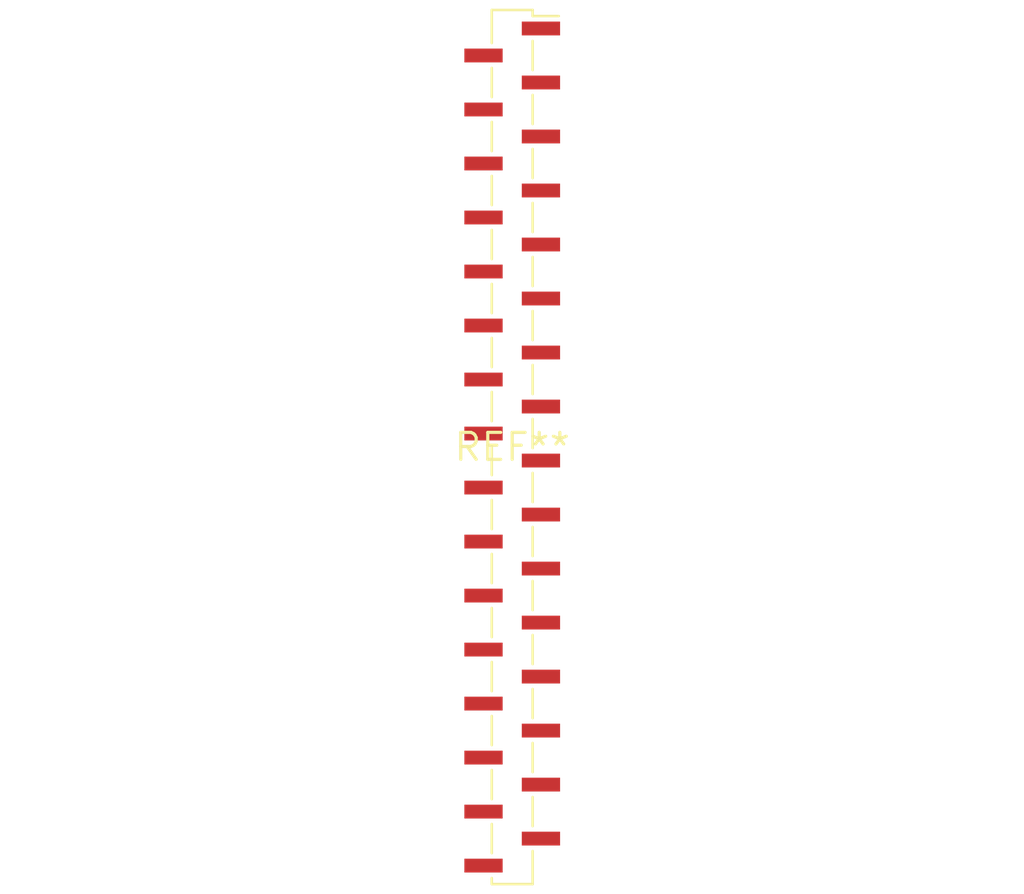
<source format=kicad_pcb>
(kicad_pcb (version 20240108) (generator pcbnew)
  (layers (0 "F.Cu" signal) (31 "B.Cu" signal) (34 "B.Paste" user) (35 "F.Paste" user) (36 "B.SilkS" user "B.Silkscreen") (37 "F.SilkS" user "F.Silkscreen") (38 "B.Mask" user) (39 "F.Mask" user) (44 "Edge.Cuts" user))
  (net 0 "")
  (footprint "PinSocket_1x32_P1.27mm_Vertical_SMD_Pin1Right" (layer "F.Cu") (at 0 0)
    (property "Reference" "REF**")
    (property "Value" "PinSocket_1x32_P1.27mm_Vertical_SMD_Pin1Right")
    (fp_line (start -0.96 -20.555) (end -0.96 -19) (layer "F.SilkS") (stroke (width 0.12)))
    (fp_line (start -0.96 -20.555) (end 0.96 -20.555) (layer "F.SilkS") (stroke (width 0.12)))
    (fp_line (start -0.96 -17.83) (end -0.96 -16.46) (layer "F.SilkS") (stroke (width 0.12)))
    (fp_line (start -0.96 -15.29) (end -0.96 -13.92) (layer "F.SilkS") (stroke (width 0.12)))
    (fp_line (start -0.96 -12.75) (end -0.96 -11.38) (layer "F.SilkS") (stroke (width 0.12)))
    (fp_line (start -0.96 -10.21) (end -0.96 -8.84) (layer "F.SilkS") (stroke (width 0.12)))
    (fp_line (start -0.96 -7.67) (end -0.96 -6.3) (layer "F.SilkS") (stroke (width 0.12)))
    (fp_line (start -0.96 -5.13) (end -0.96 -3.76) (layer "F.SilkS") (stroke (width 0.12)))
    (fp_line (start -0.96 -2.59) (end -0.96 -1.22) (layer "F.SilkS") (stroke (width 0.12)))
    (fp_line (start -0.96 -0.05) (end -0.96 1.32) (layer "F.SilkS") (stroke (width 0.12)))
    (fp_line (start -0.96 2.49) (end -0.96 3.86) (layer "F.SilkS") (stroke (width 0.12)))
    (fp_line (start -0.96 5.03) (end -0.96 6.4) (layer "F.SilkS") (stroke (width 0.12)))
    (fp_line (start -0.96 7.57) (end -0.96 8.94) (layer "F.SilkS") (stroke (width 0.12)))
    (fp_line (start -0.96 10.11) (end -0.96 11.48) (layer "F.SilkS") (stroke (width 0.12)))
    (fp_line (start -0.96 12.65) (end -0.96 14.02) (layer "F.SilkS") (stroke (width 0.12)))
    (fp_line (start -0.96 15.19) (end -0.96 16.56) (layer "F.SilkS") (stroke (width 0.12)))
    (fp_line (start -0.96 17.73) (end -0.96 19.1) (layer "F.SilkS") (stroke (width 0.12)))
    (fp_line (start -0.96 20.27) (end -0.96 20.555) (layer "F.SilkS") (stroke (width 0.12)))
    (fp_line (start -0.96 20.555) (end 0.96 20.555) (layer "F.SilkS") (stroke (width 0.12)))
    (fp_line (start 0.96 -20.555) (end 0.96 -20.27) (layer "F.SilkS") (stroke (width 0.12)))
    (fp_line (start 0.96 -20.27) (end 2.19 -20.27) (layer "F.SilkS") (stroke (width 0.12)))
    (fp_line (start 0.96 -19.1) (end 0.96 -17.73) (layer "F.SilkS") (stroke (width 0.12)))
    (fp_line (start 0.96 -16.56) (end 0.96 -15.19) (layer "F.SilkS") (stroke (width 0.12)))
    (fp_line (start 0.96 -14.02) (end 0.96 -12.65) (layer "F.SilkS") (stroke (width 0.12)))
    (fp_line (start 0.96 -11.48) (end 0.96 -10.11) (layer "F.SilkS") (stroke (width 0.12)))
    (fp_line (start 0.96 -8.94) (end 0.96 -7.57) (layer "F.SilkS") (stroke (width 0.12)))
    (fp_line (start 0.96 -6.4) (end 0.96 -5.03) (layer "F.SilkS") (stroke (width 0.12)))
    (fp_line (start 0.96 -3.86) (end 0.96 -2.49) (layer "F.SilkS") (stroke (width 0.12)))
    (fp_line (start 0.96 -1.32) (end 0.96 0.05) (layer "F.SilkS") (stroke (width 0.12)))
    (fp_line (start 0.96 1.22) (end 0.96 2.59) (layer "F.SilkS") (stroke (width 0.12)))
    (fp_line (start 0.96 3.76) (end 0.96 5.13) (layer "F.SilkS") (stroke (width 0.12)))
    (fp_line (start 0.96 6.3) (end 0.96 7.67) (layer "F.SilkS") (stroke (width 0.12)))
    (fp_line (start 0.96 8.84) (end 0.96 10.21) (layer "F.SilkS") (stroke (width 0.12)))
    (fp_line (start 0.96 11.38) (end 0.96 12.75) (layer "F.SilkS") (stroke (width 0.12)))
    (fp_line (start 0.96 13.92) (end 0.96 15.29) (layer "F.SilkS") (stroke (width 0.12)))
    (fp_line (start 0.96 16.46) (end 0.96 17.83) (layer "F.SilkS") (stroke (width 0.12)))
    (fp_line (start 0.96 19) (end 0.96 20.555) (layer "F.SilkS") (stroke (width 0.12)))
    (pad "1" smd rect (at 1.35 -19.685) (size 1.8 0.65) (layers "F.Cu" "F.Paste" "F.Mask"))
    (pad "2" smd rect (at -1.35 -18.415) (size 1.8 0.65) (layers "F.Cu" "F.Paste" "F.Mask"))
    (pad "3" smd rect (at 1.35 -17.145) (size 1.8 0.65) (layers "F.Cu" "F.Paste" "F.Mask"))
    (pad "4" smd rect (at -1.35 -15.875) (size 1.8 0.65) (layers "F.Cu" "F.Paste" "F.Mask"))
    (pad "5" smd rect (at 1.35 -14.605) (size 1.8 0.65) (layers "F.Cu" "F.Paste" "F.Mask"))
    (pad "6" smd rect (at -1.35 -13.335) (size 1.8 0.65) (layers "F.Cu" "F.Paste" "F.Mask"))
    (pad "7" smd rect (at 1.35 -12.065) (size 1.8 0.65) (layers "F.Cu" "F.Paste" "F.Mask"))
    (pad "8" smd rect (at -1.35 -10.795) (size 1.8 0.65) (layers "F.Cu" "F.Paste" "F.Mask"))
    (pad "9" smd rect (at 1.35 -9.525) (size 1.8 0.65) (layers "F.Cu" "F.Paste" "F.Mask"))
    (pad "10" smd rect (at -1.35 -8.255) (size 1.8 0.65) (layers "F.Cu" "F.Paste" "F.Mask"))
    (pad "11" smd rect (at 1.35 -6.985) (size 1.8 0.65) (layers "F.Cu" "F.Paste" "F.Mask"))
    (pad "12" smd rect (at -1.35 -5.715) (size 1.8 0.65) (layers "F.Cu" "F.Paste" "F.Mask"))
    (pad "13" smd rect (at 1.35 -4.445) (size 1.8 0.65) (layers "F.Cu" "F.Paste" "F.Mask"))
    (pad "14" smd rect (at -1.35 -3.175) (size 1.8 0.65) (layers "F.Cu" "F.Paste" "F.Mask"))
    (pad "15" smd rect (at 1.35 -1.905) (size 1.8 0.65) (layers "F.Cu" "F.Paste" "F.Mask"))
    (pad "16" smd rect (at -1.35 -0.635) (size 1.8 0.65) (layers "F.Cu" "F.Paste" "F.Mask"))
    (pad "17" smd rect (at 1.35 0.635) (size 1.8 0.65) (layers "F.Cu" "F.Paste" "F.Mask"))
    (pad "18" smd rect (at -1.35 1.905) (size 1.8 0.65) (layers "F.Cu" "F.Paste" "F.Mask"))
    (pad "19" smd rect (at 1.35 3.175) (size 1.8 0.65) (layers "F.Cu" "F.Paste" "F.Mask"))
    (pad "20" smd rect (at -1.35 4.445) (size 1.8 0.65) (layers "F.Cu" "F.Paste" "F.Mask"))
    (pad "21" smd rect (at 1.35 5.715) (size 1.8 0.65) (layers "F.Cu" "F.Paste" "F.Mask"))
    (pad "22" smd rect (at -1.35 6.985) (size 1.8 0.65) (layers "F.Cu" "F.Paste" "F.Mask"))
    (pad "23" smd rect (at 1.35 8.255) (size 1.8 0.65) (layers "F.Cu" "F.Paste" "F.Mask"))
    (pad "24" smd rect (at -1.35 9.525) (size 1.8 0.65) (layers "F.Cu" "F.Paste" "F.Mask"))
    (pad "25" smd rect (at 1.35 10.795) (size 1.8 0.65) (layers "F.Cu" "F.Paste" "F.Mask"))
    (pad "26" smd rect (at -1.35 12.065) (size 1.8 0.65) (layers "F.Cu" "F.Paste" "F.Mask"))
    (pad "27" smd rect (at 1.35 13.335) (size 1.8 0.65) (layers "F.Cu" "F.Paste" "F.Mask"))
    (pad "28" smd rect (at -1.35 14.605) (size 1.8 0.65) (layers "F.Cu" "F.Paste" "F.Mask"))
    (pad "29" smd rect (at 1.35 15.875) (size 1.8 0.65) (layers "F.Cu" "F.Paste" "F.Mask"))
    (pad "30" smd rect (at -1.35 17.145) (size 1.8 0.65) (layers "F.Cu" "F.Paste" "F.Mask"))
    (pad "31" smd rect (at 1.35 18.415) (size 1.8 0.65) (layers "F.Cu" "F.Paste" "F.Mask"))
    (pad "32" smd rect (at -1.35 19.685) (size 1.8 0.65) (layers "F.Cu" "F.Paste" "F.Mask"))
  )
)
</source>
